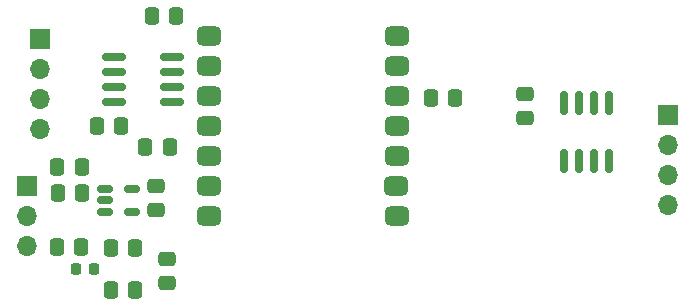
<source format=gbr>
%TF.GenerationSoftware,KiCad,Pcbnew,7.0.7*%
%TF.CreationDate,2024-03-01T11:29:19-05:00*%
%TF.ProjectId,Sh_mas,5368e96d-6173-42e6-9b69-6361645f7063,1.0*%
%TF.SameCoordinates,Original*%
%TF.FileFunction,Soldermask,Bot*%
%TF.FilePolarity,Negative*%
%FSLAX46Y46*%
G04 Gerber Fmt 4.6, Leading zero omitted, Abs format (unit mm)*
G04 Created by KiCad (PCBNEW 7.0.7) date 2024-03-01 11:29:19*
%MOMM*%
%LPD*%
G01*
G04 APERTURE LIST*
G04 Aperture macros list*
%AMRoundRect*
0 Rectangle with rounded corners*
0 $1 Rounding radius*
0 $2 $3 $4 $5 $6 $7 $8 $9 X,Y pos of 4 corners*
0 Add a 4 corners polygon primitive as box body*
4,1,4,$2,$3,$4,$5,$6,$7,$8,$9,$2,$3,0*
0 Add four circle primitives for the rounded corners*
1,1,$1+$1,$2,$3*
1,1,$1+$1,$4,$5*
1,1,$1+$1,$6,$7*
1,1,$1+$1,$8,$9*
0 Add four rect primitives between the rounded corners*
20,1,$1+$1,$2,$3,$4,$5,0*
20,1,$1+$1,$4,$5,$6,$7,0*
20,1,$1+$1,$6,$7,$8,$9,0*
20,1,$1+$1,$8,$9,$2,$3,0*%
G04 Aperture macros list end*
%ADD10R,1.700000X1.700000*%
%ADD11O,1.700000X1.700000*%
%ADD12RoundRect,0.250000X0.337500X0.475000X-0.337500X0.475000X-0.337500X-0.475000X0.337500X-0.475000X0*%
%ADD13RoundRect,0.225000X-0.225000X-0.250000X0.225000X-0.250000X0.225000X0.250000X-0.225000X0.250000X0*%
%ADD14RoundRect,0.250000X0.475000X-0.337500X0.475000X0.337500X-0.475000X0.337500X-0.475000X-0.337500X0*%
%ADD15RoundRect,0.150000X-0.825000X-0.150000X0.825000X-0.150000X0.825000X0.150000X-0.825000X0.150000X0*%
%ADD16RoundRect,0.250000X-0.337500X-0.475000X0.337500X-0.475000X0.337500X0.475000X-0.337500X0.475000X0*%
%ADD17RoundRect,0.407500X0.592500X-0.407500X0.592500X0.407500X-0.592500X0.407500X-0.592500X-0.407500X0*%
%ADD18RoundRect,0.407500X-0.592500X0.407500X-0.592500X-0.407500X0.592500X-0.407500X0.592500X0.407500X0*%
%ADD19RoundRect,0.150000X-0.150000X0.825000X-0.150000X-0.825000X0.150000X-0.825000X0.150000X0.825000X0*%
%ADD20RoundRect,0.150000X-0.512500X-0.150000X0.512500X-0.150000X0.512500X0.150000X-0.512500X0.150000X0*%
%ADD21RoundRect,0.250000X-0.475000X0.337500X-0.475000X-0.337500X0.475000X-0.337500X0.475000X0.337500X0*%
G04 APERTURE END LIST*
D10*
%TO.C,J1*%
X98500000Y-64960000D03*
D11*
X98500000Y-67500000D03*
X98500000Y-70040000D03*
X98500000Y-72580000D03*
%TD*%
D10*
%TO.C,J3*%
X151600000Y-71400000D03*
D11*
X151600000Y-73940000D03*
X151600000Y-76480000D03*
X151600000Y-79020000D03*
%TD*%
D10*
%TO.C,J4*%
X97325000Y-77375000D03*
D11*
X97325000Y-79915000D03*
X97325000Y-82455000D03*
%TD*%
D12*
%TO.C,R7*%
X109437500Y-74100000D03*
X107362500Y-74100000D03*
%TD*%
D13*
%TO.C,FB1*%
X101525000Y-84400000D03*
X103075000Y-84400000D03*
%TD*%
D12*
%TO.C,C9*%
X105337500Y-72300000D03*
X103262500Y-72300000D03*
%TD*%
D14*
%TO.C,R5*%
X109200000Y-85637500D03*
X109200000Y-83562500D03*
%TD*%
D15*
%TO.C,U6*%
X104700000Y-70255000D03*
X104700000Y-68985000D03*
X104700000Y-67715000D03*
X104700000Y-66445000D03*
X109650000Y-66445000D03*
X109650000Y-67715000D03*
X109650000Y-68985000D03*
X109650000Y-70255000D03*
%TD*%
D16*
%TO.C,R3*%
X99937500Y-75800000D03*
X102012500Y-75800000D03*
%TD*%
D12*
%TO.C,C7*%
X101937500Y-82550000D03*
X99862500Y-82550000D03*
%TD*%
D14*
%TO.C,C1*%
X139500000Y-71637500D03*
X139500000Y-69562500D03*
%TD*%
D12*
%TO.C,C11*%
X133612500Y-69950000D03*
X131537500Y-69950000D03*
%TD*%
%TO.C,C5*%
X102037500Y-78000000D03*
X99962500Y-78000000D03*
%TD*%
D17*
%TO.C,U3*%
X112775000Y-79950000D03*
D18*
X112775000Y-77410000D03*
X112775000Y-74870000D03*
X112775000Y-72330000D03*
X112775000Y-69790000D03*
X112775000Y-67250000D03*
X112775000Y-64710000D03*
X128675000Y-64710000D03*
X128675000Y-67250000D03*
X128675000Y-69790000D03*
X128675000Y-72330000D03*
X128675000Y-74870000D03*
X128640232Y-77410000D03*
X128675000Y-79950000D03*
%TD*%
D19*
%TO.C,U7*%
X142795000Y-70325000D03*
X144065000Y-70325000D03*
X145335000Y-70325000D03*
X146605000Y-70325000D03*
X146605000Y-75275000D03*
X145335000Y-75275000D03*
X144065000Y-75275000D03*
X142795000Y-75275000D03*
%TD*%
D12*
%TO.C,C6*%
X106537500Y-82600000D03*
X104462500Y-82600000D03*
%TD*%
D16*
%TO.C,C15*%
X104462500Y-86200000D03*
X106537500Y-86200000D03*
%TD*%
D20*
%TO.C,U1*%
X103962500Y-79550000D03*
X103962500Y-78600000D03*
X103962500Y-77650000D03*
X106237500Y-77650000D03*
X106237500Y-79550000D03*
%TD*%
D16*
%TO.C,R6*%
X107937500Y-62950000D03*
X110012500Y-62950000D03*
%TD*%
D21*
%TO.C,R4*%
X108300000Y-77362500D03*
X108300000Y-79437500D03*
%TD*%
M02*

</source>
